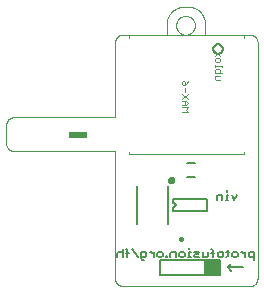
<source format=gbo>
G75*
%MOIN*%
%OFA0B0*%
%FSLAX25Y25*%
%IPPOS*%
%LPD*%
%AMOC8*
5,1,8,0,0,1.08239X$1,22.5*
%
%ADD10C,0.00000*%
%ADD11C,0.00500*%
%ADD12C,0.01600*%
%ADD13R,0.05906X0.02362*%
%ADD14C,0.00394*%
%ADD15C,0.00200*%
%ADD16C,0.00800*%
%ADD17C,0.00600*%
D10*
X0060095Y0064000D02*
X0060095Y0106500D01*
X0026345Y0106500D01*
X0026247Y0106502D01*
X0026149Y0106508D01*
X0026051Y0106517D01*
X0025954Y0106531D01*
X0025857Y0106548D01*
X0025761Y0106569D01*
X0025666Y0106594D01*
X0025572Y0106622D01*
X0025480Y0106655D01*
X0025388Y0106690D01*
X0025298Y0106730D01*
X0025210Y0106772D01*
X0025123Y0106819D01*
X0025039Y0106868D01*
X0024956Y0106921D01*
X0024876Y0106977D01*
X0024797Y0107037D01*
X0024721Y0107099D01*
X0024648Y0107164D01*
X0024577Y0107232D01*
X0024509Y0107303D01*
X0024444Y0107376D01*
X0024382Y0107452D01*
X0024322Y0107531D01*
X0024266Y0107611D01*
X0024213Y0107694D01*
X0024164Y0107778D01*
X0024117Y0107865D01*
X0024075Y0107953D01*
X0024035Y0108043D01*
X0024000Y0108135D01*
X0023967Y0108227D01*
X0023939Y0108321D01*
X0023914Y0108416D01*
X0023893Y0108512D01*
X0023876Y0108609D01*
X0023862Y0108706D01*
X0023853Y0108804D01*
X0023847Y0108902D01*
X0023845Y0109000D01*
X0023845Y0115250D01*
X0023847Y0115348D01*
X0023853Y0115446D01*
X0023862Y0115544D01*
X0023876Y0115641D01*
X0023893Y0115738D01*
X0023914Y0115834D01*
X0023939Y0115929D01*
X0023967Y0116023D01*
X0024000Y0116115D01*
X0024035Y0116207D01*
X0024075Y0116297D01*
X0024117Y0116385D01*
X0024164Y0116472D01*
X0024213Y0116556D01*
X0024266Y0116639D01*
X0024322Y0116719D01*
X0024382Y0116798D01*
X0024444Y0116874D01*
X0024509Y0116947D01*
X0024577Y0117018D01*
X0024648Y0117086D01*
X0024721Y0117151D01*
X0024797Y0117213D01*
X0024876Y0117273D01*
X0024956Y0117329D01*
X0025039Y0117382D01*
X0025123Y0117431D01*
X0025210Y0117478D01*
X0025298Y0117520D01*
X0025388Y0117560D01*
X0025480Y0117595D01*
X0025572Y0117628D01*
X0025666Y0117656D01*
X0025761Y0117681D01*
X0025857Y0117702D01*
X0025954Y0117719D01*
X0026051Y0117733D01*
X0026149Y0117742D01*
X0026247Y0117748D01*
X0026345Y0117750D01*
X0060095Y0117750D01*
X0060095Y0142750D01*
X0060097Y0142848D01*
X0060103Y0142946D01*
X0060112Y0143044D01*
X0060126Y0143141D01*
X0060143Y0143238D01*
X0060164Y0143334D01*
X0060189Y0143429D01*
X0060217Y0143523D01*
X0060250Y0143615D01*
X0060285Y0143707D01*
X0060325Y0143797D01*
X0060367Y0143885D01*
X0060414Y0143972D01*
X0060463Y0144056D01*
X0060516Y0144139D01*
X0060572Y0144219D01*
X0060632Y0144298D01*
X0060694Y0144374D01*
X0060759Y0144447D01*
X0060827Y0144518D01*
X0060898Y0144586D01*
X0060971Y0144651D01*
X0061047Y0144713D01*
X0061126Y0144773D01*
X0061206Y0144829D01*
X0061289Y0144882D01*
X0061373Y0144931D01*
X0061460Y0144978D01*
X0061548Y0145020D01*
X0061638Y0145060D01*
X0061730Y0145095D01*
X0061822Y0145128D01*
X0061916Y0145156D01*
X0062011Y0145181D01*
X0062107Y0145202D01*
X0062204Y0145219D01*
X0062301Y0145233D01*
X0062399Y0145242D01*
X0062497Y0145248D01*
X0062595Y0145250D01*
X0077283Y0145250D01*
X0077283Y0148183D01*
X0077282Y0148182D02*
X0077272Y0148334D01*
X0077266Y0148485D01*
X0077264Y0148637D01*
X0077266Y0148789D01*
X0077271Y0148941D01*
X0077280Y0149092D01*
X0077293Y0149243D01*
X0077310Y0149394D01*
X0077331Y0149545D01*
X0077356Y0149695D01*
X0077384Y0149844D01*
X0077416Y0149992D01*
X0077452Y0150140D01*
X0077491Y0150286D01*
X0077535Y0150432D01*
X0077582Y0150576D01*
X0077632Y0150719D01*
X0077686Y0150861D01*
X0077744Y0151001D01*
X0077805Y0151140D01*
X0077870Y0151277D01*
X0077939Y0151413D01*
X0078010Y0151547D01*
X0078085Y0151679D01*
X0078164Y0151809D01*
X0078245Y0151937D01*
X0078330Y0152063D01*
X0078418Y0152186D01*
X0078509Y0152308D01*
X0078603Y0152427D01*
X0078701Y0152544D01*
X0078801Y0152658D01*
X0078904Y0152769D01*
X0079009Y0152878D01*
X0079118Y0152984D01*
X0079229Y0153088D01*
X0079343Y0153188D01*
X0079459Y0153286D01*
X0079577Y0153381D01*
X0079698Y0153473D01*
X0079822Y0153561D01*
X0079947Y0153647D01*
X0080075Y0153729D01*
X0080204Y0153808D01*
X0080336Y0153883D01*
X0080469Y0153956D01*
X0080605Y0154025D01*
X0080742Y0154090D01*
X0080880Y0154152D01*
X0081020Y0154210D01*
X0081162Y0154265D01*
X0081305Y0154316D01*
X0081449Y0154364D01*
X0081594Y0154408D01*
X0081741Y0154448D01*
X0081888Y0154485D01*
X0082036Y0154518D01*
X0082185Y0154547D01*
X0082335Y0154572D01*
X0082485Y0154593D01*
X0082636Y0154611D01*
X0082787Y0154625D01*
X0084151Y0154625D01*
X0084302Y0154627D01*
X0084454Y0154625D01*
X0084605Y0154619D01*
X0084757Y0154610D01*
X0084908Y0154596D01*
X0085058Y0154578D01*
X0085208Y0154556D01*
X0085358Y0154531D01*
X0085506Y0154501D01*
X0085654Y0154468D01*
X0085801Y0154431D01*
X0085947Y0154390D01*
X0086092Y0154345D01*
X0086235Y0154296D01*
X0086378Y0154244D01*
X0086518Y0154188D01*
X0086658Y0154128D01*
X0086795Y0154065D01*
X0086931Y0153998D01*
X0087066Y0153928D01*
X0087198Y0153854D01*
X0087328Y0153776D01*
X0087457Y0153695D01*
X0087583Y0153611D01*
X0087706Y0153524D01*
X0087828Y0153433D01*
X0087947Y0153340D01*
X0088064Y0153243D01*
X0088178Y0153143D01*
X0088289Y0153040D01*
X0088398Y0152934D01*
X0088504Y0152826D01*
X0088607Y0152715D01*
X0088707Y0152601D01*
X0088804Y0152484D01*
X0088898Y0152365D01*
X0088988Y0152244D01*
X0089076Y0152120D01*
X0089160Y0151994D01*
X0089241Y0151866D01*
X0089319Y0151736D01*
X0089393Y0151604D01*
X0089464Y0151470D01*
X0089531Y0151334D01*
X0089595Y0151196D01*
X0089654Y0151057D01*
X0089711Y0150916D01*
X0089763Y0150774D01*
X0089812Y0150631D01*
X0089857Y0150486D01*
X0089898Y0150340D01*
X0089936Y0150193D01*
X0089970Y0150045D01*
X0089999Y0149897D01*
X0090025Y0149747D01*
X0090047Y0149597D01*
X0090065Y0149447D01*
X0090079Y0149296D01*
X0090089Y0149145D01*
X0090095Y0148993D01*
X0090095Y0145250D01*
X0105095Y0145250D01*
X0105193Y0145248D01*
X0105291Y0145242D01*
X0105389Y0145233D01*
X0105486Y0145219D01*
X0105583Y0145202D01*
X0105679Y0145181D01*
X0105774Y0145156D01*
X0105868Y0145128D01*
X0105960Y0145095D01*
X0106052Y0145060D01*
X0106142Y0145020D01*
X0106230Y0144978D01*
X0106317Y0144931D01*
X0106401Y0144882D01*
X0106484Y0144829D01*
X0106564Y0144773D01*
X0106643Y0144713D01*
X0106719Y0144651D01*
X0106792Y0144586D01*
X0106863Y0144518D01*
X0106931Y0144447D01*
X0106996Y0144374D01*
X0107058Y0144298D01*
X0107118Y0144219D01*
X0107174Y0144139D01*
X0107227Y0144056D01*
X0107276Y0143972D01*
X0107323Y0143885D01*
X0107365Y0143797D01*
X0107405Y0143707D01*
X0107440Y0143615D01*
X0107473Y0143523D01*
X0107501Y0143429D01*
X0107526Y0143334D01*
X0107547Y0143238D01*
X0107564Y0143141D01*
X0107578Y0143044D01*
X0107587Y0142946D01*
X0107593Y0142848D01*
X0107595Y0142750D01*
X0107595Y0063989D01*
X0107596Y0063990D02*
X0107593Y0063891D01*
X0107587Y0063793D01*
X0107576Y0063695D01*
X0107562Y0063598D01*
X0107544Y0063502D01*
X0107522Y0063406D01*
X0107497Y0063311D01*
X0107467Y0063217D01*
X0107435Y0063124D01*
X0107398Y0063033D01*
X0107358Y0062943D01*
X0107315Y0062855D01*
X0107268Y0062769D01*
X0107217Y0062684D01*
X0107164Y0062602D01*
X0107107Y0062522D01*
X0107047Y0062444D01*
X0106984Y0062368D01*
X0106919Y0062295D01*
X0106850Y0062225D01*
X0106779Y0062157D01*
X0106705Y0062092D01*
X0106629Y0062030D01*
X0106550Y0061971D01*
X0106469Y0061915D01*
X0106386Y0061863D01*
X0106301Y0061814D01*
X0106214Y0061768D01*
X0106125Y0061725D01*
X0106035Y0061686D01*
X0105944Y0061651D01*
X0105851Y0061619D01*
X0105756Y0061591D01*
X0105661Y0061567D01*
X0105565Y0061546D01*
X0105468Y0061529D01*
X0105371Y0061516D01*
X0105273Y0061507D01*
X0105175Y0061502D01*
X0105077Y0061500D01*
X0105076Y0061500D02*
X0062595Y0061500D01*
X0062497Y0061502D01*
X0062399Y0061508D01*
X0062301Y0061517D01*
X0062204Y0061531D01*
X0062107Y0061548D01*
X0062011Y0061569D01*
X0061916Y0061594D01*
X0061822Y0061622D01*
X0061730Y0061655D01*
X0061638Y0061690D01*
X0061548Y0061730D01*
X0061460Y0061772D01*
X0061373Y0061819D01*
X0061289Y0061868D01*
X0061206Y0061921D01*
X0061126Y0061977D01*
X0061047Y0062037D01*
X0060971Y0062099D01*
X0060898Y0062164D01*
X0060827Y0062232D01*
X0060759Y0062303D01*
X0060694Y0062376D01*
X0060632Y0062452D01*
X0060572Y0062531D01*
X0060516Y0062611D01*
X0060463Y0062694D01*
X0060414Y0062778D01*
X0060367Y0062865D01*
X0060325Y0062953D01*
X0060285Y0063043D01*
X0060250Y0063135D01*
X0060217Y0063227D01*
X0060189Y0063321D01*
X0060164Y0063416D01*
X0060143Y0063512D01*
X0060126Y0063609D01*
X0060112Y0063706D01*
X0060103Y0063804D01*
X0060097Y0063902D01*
X0060095Y0064000D01*
X0080470Y0148388D02*
X0080472Y0148500D01*
X0080478Y0148611D01*
X0080488Y0148722D01*
X0080502Y0148833D01*
X0080520Y0148943D01*
X0080541Y0149052D01*
X0080567Y0149161D01*
X0080597Y0149268D01*
X0080630Y0149375D01*
X0080667Y0149480D01*
X0080708Y0149584D01*
X0080752Y0149686D01*
X0080801Y0149787D01*
X0080852Y0149886D01*
X0080907Y0149983D01*
X0080966Y0150078D01*
X0081028Y0150170D01*
X0081093Y0150261D01*
X0081162Y0150349D01*
X0081233Y0150434D01*
X0081308Y0150517D01*
X0081385Y0150598D01*
X0081466Y0150675D01*
X0081549Y0150750D01*
X0081634Y0150821D01*
X0081722Y0150890D01*
X0081813Y0150955D01*
X0081905Y0151017D01*
X0082000Y0151076D01*
X0082097Y0151131D01*
X0082196Y0151182D01*
X0082297Y0151231D01*
X0082399Y0151275D01*
X0082503Y0151316D01*
X0082608Y0151353D01*
X0082715Y0151386D01*
X0082822Y0151416D01*
X0082931Y0151442D01*
X0083040Y0151463D01*
X0083150Y0151481D01*
X0083261Y0151495D01*
X0083372Y0151505D01*
X0083483Y0151511D01*
X0083595Y0151513D01*
X0083707Y0151511D01*
X0083818Y0151505D01*
X0083929Y0151495D01*
X0084040Y0151481D01*
X0084150Y0151463D01*
X0084259Y0151442D01*
X0084368Y0151416D01*
X0084475Y0151386D01*
X0084582Y0151353D01*
X0084687Y0151316D01*
X0084791Y0151275D01*
X0084893Y0151231D01*
X0084994Y0151182D01*
X0085093Y0151131D01*
X0085190Y0151076D01*
X0085285Y0151017D01*
X0085377Y0150955D01*
X0085468Y0150890D01*
X0085556Y0150821D01*
X0085641Y0150750D01*
X0085724Y0150675D01*
X0085805Y0150598D01*
X0085882Y0150517D01*
X0085957Y0150434D01*
X0086028Y0150349D01*
X0086097Y0150261D01*
X0086162Y0150170D01*
X0086224Y0150078D01*
X0086283Y0149983D01*
X0086338Y0149886D01*
X0086389Y0149787D01*
X0086438Y0149686D01*
X0086482Y0149584D01*
X0086523Y0149480D01*
X0086560Y0149375D01*
X0086593Y0149268D01*
X0086623Y0149161D01*
X0086649Y0149052D01*
X0086670Y0148943D01*
X0086688Y0148833D01*
X0086702Y0148722D01*
X0086712Y0148611D01*
X0086718Y0148500D01*
X0086720Y0148388D01*
X0086718Y0148276D01*
X0086712Y0148165D01*
X0086702Y0148054D01*
X0086688Y0147943D01*
X0086670Y0147833D01*
X0086649Y0147724D01*
X0086623Y0147615D01*
X0086593Y0147508D01*
X0086560Y0147401D01*
X0086523Y0147296D01*
X0086482Y0147192D01*
X0086438Y0147090D01*
X0086389Y0146989D01*
X0086338Y0146890D01*
X0086283Y0146793D01*
X0086224Y0146698D01*
X0086162Y0146606D01*
X0086097Y0146515D01*
X0086028Y0146427D01*
X0085957Y0146342D01*
X0085882Y0146259D01*
X0085805Y0146178D01*
X0085724Y0146101D01*
X0085641Y0146026D01*
X0085556Y0145955D01*
X0085468Y0145886D01*
X0085377Y0145821D01*
X0085285Y0145759D01*
X0085190Y0145700D01*
X0085093Y0145645D01*
X0084994Y0145594D01*
X0084893Y0145545D01*
X0084791Y0145501D01*
X0084687Y0145460D01*
X0084582Y0145423D01*
X0084475Y0145390D01*
X0084368Y0145360D01*
X0084259Y0145334D01*
X0084150Y0145313D01*
X0084040Y0145295D01*
X0083929Y0145281D01*
X0083818Y0145271D01*
X0083707Y0145265D01*
X0083595Y0145263D01*
X0083483Y0145265D01*
X0083372Y0145271D01*
X0083261Y0145281D01*
X0083150Y0145295D01*
X0083040Y0145313D01*
X0082931Y0145334D01*
X0082822Y0145360D01*
X0082715Y0145390D01*
X0082608Y0145423D01*
X0082503Y0145460D01*
X0082399Y0145501D01*
X0082297Y0145545D01*
X0082196Y0145594D01*
X0082097Y0145645D01*
X0082000Y0145700D01*
X0081905Y0145759D01*
X0081813Y0145821D01*
X0081722Y0145886D01*
X0081634Y0145955D01*
X0081549Y0146026D01*
X0081466Y0146101D01*
X0081385Y0146178D01*
X0081308Y0146259D01*
X0081233Y0146342D01*
X0081162Y0146427D01*
X0081093Y0146515D01*
X0081028Y0146606D01*
X0080966Y0146698D01*
X0080907Y0146793D01*
X0080852Y0146890D01*
X0080801Y0146989D01*
X0080752Y0147090D01*
X0080708Y0147192D01*
X0080667Y0147296D01*
X0080630Y0147401D01*
X0080597Y0147508D01*
X0080567Y0147615D01*
X0080541Y0147724D01*
X0080520Y0147833D01*
X0080502Y0147943D01*
X0080488Y0148054D01*
X0080478Y0148165D01*
X0080472Y0148276D01*
X0080470Y0148388D01*
D11*
X0092829Y0140551D02*
X0092831Y0140630D01*
X0092837Y0140709D01*
X0092847Y0140788D01*
X0092860Y0140865D01*
X0092878Y0140943D01*
X0092900Y0141019D01*
X0092925Y0141094D01*
X0092954Y0141167D01*
X0092986Y0141240D01*
X0093022Y0141310D01*
X0093062Y0141379D01*
X0093105Y0141445D01*
X0093151Y0141509D01*
X0093200Y0141571D01*
X0093253Y0141630D01*
X0093308Y0141687D01*
X0093366Y0141741D01*
X0093427Y0141792D01*
X0093490Y0141840D01*
X0093555Y0141884D01*
X0093623Y0141925D01*
X0093692Y0141963D01*
X0093763Y0141998D01*
X0093836Y0142028D01*
X0093911Y0142055D01*
X0093986Y0142079D01*
X0094063Y0142098D01*
X0094140Y0142114D01*
X0094219Y0142126D01*
X0094297Y0142134D01*
X0094376Y0142138D01*
X0094456Y0142138D01*
X0094535Y0142134D01*
X0094613Y0142126D01*
X0094692Y0142114D01*
X0094769Y0142098D01*
X0094846Y0142079D01*
X0094921Y0142055D01*
X0094996Y0142028D01*
X0095069Y0141998D01*
X0095140Y0141963D01*
X0095210Y0141925D01*
X0095277Y0141884D01*
X0095342Y0141840D01*
X0095405Y0141792D01*
X0095466Y0141741D01*
X0095524Y0141687D01*
X0095579Y0141630D01*
X0095632Y0141571D01*
X0095681Y0141509D01*
X0095727Y0141445D01*
X0095770Y0141379D01*
X0095810Y0141310D01*
X0095846Y0141240D01*
X0095878Y0141167D01*
X0095907Y0141094D01*
X0095932Y0141019D01*
X0095954Y0140943D01*
X0095972Y0140865D01*
X0095985Y0140788D01*
X0095995Y0140709D01*
X0096001Y0140630D01*
X0096003Y0140551D01*
X0096001Y0140472D01*
X0095995Y0140393D01*
X0095985Y0140314D01*
X0095972Y0140237D01*
X0095954Y0140159D01*
X0095932Y0140083D01*
X0095907Y0140008D01*
X0095878Y0139935D01*
X0095846Y0139862D01*
X0095810Y0139792D01*
X0095770Y0139723D01*
X0095727Y0139657D01*
X0095681Y0139593D01*
X0095632Y0139531D01*
X0095579Y0139472D01*
X0095524Y0139415D01*
X0095466Y0139361D01*
X0095405Y0139310D01*
X0095342Y0139262D01*
X0095277Y0139218D01*
X0095209Y0139177D01*
X0095140Y0139139D01*
X0095069Y0139104D01*
X0094996Y0139074D01*
X0094921Y0139047D01*
X0094846Y0139023D01*
X0094769Y0139004D01*
X0094692Y0138988D01*
X0094613Y0138976D01*
X0094535Y0138968D01*
X0094456Y0138964D01*
X0094376Y0138964D01*
X0094297Y0138968D01*
X0094219Y0138976D01*
X0094140Y0138988D01*
X0094063Y0139004D01*
X0093986Y0139023D01*
X0093911Y0139047D01*
X0093836Y0139074D01*
X0093763Y0139104D01*
X0093692Y0139139D01*
X0093622Y0139177D01*
X0093555Y0139218D01*
X0093490Y0139262D01*
X0093427Y0139310D01*
X0093366Y0139361D01*
X0093308Y0139415D01*
X0093253Y0139472D01*
X0093200Y0139531D01*
X0093151Y0139593D01*
X0093105Y0139657D01*
X0093062Y0139723D01*
X0093022Y0139792D01*
X0092986Y0139862D01*
X0092954Y0139935D01*
X0092925Y0140008D01*
X0092900Y0140083D01*
X0092878Y0140159D01*
X0092860Y0140237D01*
X0092847Y0140314D01*
X0092837Y0140393D01*
X0092831Y0140472D01*
X0092829Y0140551D01*
X0097386Y0093340D02*
X0097386Y0092890D01*
X0097386Y0091989D02*
X0097386Y0090187D01*
X0097836Y0090187D02*
X0096935Y0090187D01*
X0095872Y0090187D02*
X0095872Y0091989D01*
X0094521Y0091989D01*
X0094070Y0091539D01*
X0094070Y0090187D01*
X0097386Y0091989D02*
X0097836Y0091989D01*
X0098981Y0091989D02*
X0099882Y0090187D01*
X0100783Y0091989D01*
X0090833Y0090577D02*
X0090833Y0086443D01*
X0079416Y0086443D01*
X0079377Y0086443D02*
X0079377Y0087900D01*
X0079613Y0087939D02*
X0079663Y0087941D01*
X0079712Y0087947D01*
X0079761Y0087956D01*
X0079809Y0087969D01*
X0079856Y0087986D01*
X0079901Y0088006D01*
X0079945Y0088030D01*
X0079987Y0088057D01*
X0080027Y0088088D01*
X0080064Y0088121D01*
X0080098Y0088157D01*
X0080130Y0088195D01*
X0080159Y0088236D01*
X0080184Y0088278D01*
X0080206Y0088323D01*
X0080225Y0088369D01*
X0080240Y0088417D01*
X0080251Y0088465D01*
X0080259Y0088514D01*
X0080263Y0088564D01*
X0080263Y0088614D01*
X0080259Y0088664D01*
X0080251Y0088713D01*
X0080240Y0088761D01*
X0080225Y0088809D01*
X0080206Y0088855D01*
X0080184Y0088900D01*
X0080159Y0088942D01*
X0080130Y0088983D01*
X0080098Y0089021D01*
X0080064Y0089057D01*
X0080027Y0089090D01*
X0079987Y0089121D01*
X0079945Y0089148D01*
X0079901Y0089172D01*
X0079856Y0089192D01*
X0079809Y0089209D01*
X0079761Y0089222D01*
X0079712Y0089231D01*
X0079663Y0089237D01*
X0079613Y0089239D01*
X0079377Y0089239D02*
X0079377Y0090617D01*
X0090794Y0090617D01*
X0084841Y0074278D02*
X0084841Y0073827D01*
X0084841Y0072927D02*
X0084841Y0071125D01*
X0085291Y0071125D02*
X0084390Y0071125D01*
X0083327Y0071575D02*
X0083327Y0072476D01*
X0082876Y0072927D01*
X0081975Y0072927D01*
X0081525Y0072476D01*
X0081525Y0071575D01*
X0081975Y0071125D01*
X0082876Y0071125D01*
X0083327Y0071575D01*
X0084841Y0072927D02*
X0085291Y0072927D01*
X0086436Y0072927D02*
X0087787Y0072927D01*
X0088237Y0072476D01*
X0087787Y0072026D01*
X0086886Y0072026D01*
X0086436Y0071575D01*
X0086886Y0071125D01*
X0088237Y0071125D01*
X0089382Y0071125D02*
X0089382Y0072927D01*
X0089382Y0071125D02*
X0090734Y0071125D01*
X0091184Y0071575D01*
X0091184Y0072927D01*
X0092248Y0072476D02*
X0093148Y0072476D01*
X0092698Y0073377D02*
X0092248Y0073827D01*
X0092698Y0073377D02*
X0092698Y0071125D01*
X0094293Y0071575D02*
X0094293Y0072476D01*
X0094744Y0072927D01*
X0095644Y0072927D01*
X0096095Y0072476D01*
X0096095Y0071575D01*
X0095644Y0071125D01*
X0094744Y0071125D01*
X0094293Y0071575D01*
X0095095Y0070250D02*
X0095095Y0065250D01*
X0090095Y0065250D01*
X0090095Y0070250D01*
X0095095Y0070250D01*
X0075095Y0070250D01*
X0075095Y0065250D01*
X0095095Y0065250D01*
X0095095Y0070250D01*
X0095095Y0069975D02*
X0090095Y0069975D01*
X0090095Y0069476D02*
X0095095Y0069476D01*
X0095095Y0068978D02*
X0090095Y0068978D01*
X0090095Y0068479D02*
X0095095Y0068479D01*
X0095095Y0067981D02*
X0090095Y0067981D01*
X0090095Y0067482D02*
X0095095Y0067482D01*
X0095095Y0066984D02*
X0090095Y0066984D01*
X0090095Y0066485D02*
X0095095Y0066485D01*
X0095095Y0065987D02*
X0090095Y0065987D01*
X0090095Y0065488D02*
X0095095Y0065488D01*
X0097595Y0067750D02*
X0098845Y0066500D01*
X0097595Y0067750D02*
X0098845Y0069000D01*
X0097595Y0067750D02*
X0102595Y0067750D01*
X0103461Y0071125D02*
X0103461Y0072927D01*
X0103461Y0072026D02*
X0102560Y0072927D01*
X0102110Y0072927D01*
X0101006Y0072476D02*
X0101006Y0071575D01*
X0100555Y0071125D01*
X0099655Y0071125D01*
X0099204Y0071575D01*
X0099204Y0072476D01*
X0099655Y0072927D01*
X0100555Y0072927D01*
X0101006Y0072476D01*
X0098059Y0072927D02*
X0097158Y0072927D01*
X0097609Y0073377D02*
X0097609Y0071575D01*
X0097158Y0071125D01*
X0104606Y0071575D02*
X0105056Y0071125D01*
X0106408Y0071125D01*
X0106408Y0070224D02*
X0106408Y0072927D01*
X0105056Y0072927D01*
X0104606Y0072476D01*
X0104606Y0071575D01*
X0080380Y0071125D02*
X0080380Y0072927D01*
X0079029Y0072927D01*
X0078579Y0072476D01*
X0078579Y0071125D01*
X0077434Y0071125D02*
X0076983Y0071125D01*
X0076983Y0071575D01*
X0077434Y0071575D01*
X0077434Y0071125D01*
X0075960Y0071575D02*
X0075960Y0072476D01*
X0075510Y0072927D01*
X0074609Y0072927D01*
X0074159Y0072476D01*
X0074159Y0071575D01*
X0074609Y0071125D01*
X0075510Y0071125D01*
X0075960Y0071575D01*
X0073014Y0071125D02*
X0073014Y0072927D01*
X0072113Y0072927D02*
X0071663Y0072927D01*
X0072113Y0072927D02*
X0073014Y0072026D01*
X0070558Y0072476D02*
X0070558Y0071575D01*
X0070108Y0071125D01*
X0068757Y0071125D01*
X0068757Y0070675D02*
X0068757Y0072927D01*
X0070108Y0072927D01*
X0070558Y0072476D01*
X0069658Y0070224D02*
X0069207Y0070224D01*
X0068757Y0070675D01*
X0067612Y0071125D02*
X0065810Y0073827D01*
X0064215Y0073377D02*
X0064215Y0071125D01*
X0064665Y0072476D02*
X0063765Y0072476D01*
X0064215Y0073377D02*
X0063765Y0073827D01*
X0062701Y0073827D02*
X0062701Y0071125D01*
X0062701Y0072476D02*
X0062251Y0072927D01*
X0061350Y0072927D01*
X0060899Y0072476D01*
X0060899Y0071125D01*
D12*
X0078532Y0096812D02*
X0078534Y0096847D01*
X0078540Y0096882D01*
X0078550Y0096915D01*
X0078563Y0096948D01*
X0078580Y0096979D01*
X0078600Y0097007D01*
X0078624Y0097033D01*
X0078650Y0097057D01*
X0078678Y0097077D01*
X0078709Y0097094D01*
X0078742Y0097107D01*
X0078775Y0097117D01*
X0078810Y0097123D01*
X0078845Y0097125D01*
X0078880Y0097123D01*
X0078915Y0097117D01*
X0078948Y0097107D01*
X0078981Y0097094D01*
X0079012Y0097077D01*
X0079040Y0097057D01*
X0079066Y0097033D01*
X0079090Y0097007D01*
X0079110Y0096979D01*
X0079127Y0096948D01*
X0079140Y0096915D01*
X0079150Y0096882D01*
X0079156Y0096847D01*
X0079158Y0096812D01*
X0079156Y0096777D01*
X0079150Y0096742D01*
X0079140Y0096709D01*
X0079127Y0096676D01*
X0079110Y0096645D01*
X0079090Y0096617D01*
X0079066Y0096591D01*
X0079040Y0096567D01*
X0079012Y0096547D01*
X0078981Y0096530D01*
X0078948Y0096517D01*
X0078915Y0096507D01*
X0078880Y0096501D01*
X0078845Y0096499D01*
X0078810Y0096501D01*
X0078775Y0096507D01*
X0078742Y0096517D01*
X0078709Y0096530D01*
X0078678Y0096547D01*
X0078650Y0096567D01*
X0078624Y0096591D01*
X0078600Y0096617D01*
X0078580Y0096645D01*
X0078563Y0096676D01*
X0078550Y0096709D01*
X0078540Y0096742D01*
X0078534Y0096777D01*
X0078532Y0096812D01*
X0081970Y0077245D02*
X0081970Y0077005D01*
D13*
X0047772Y0111994D03*
D14*
X0064888Y0106102D02*
X0064888Y0105512D01*
X0103077Y0105512D01*
X0103077Y0106102D01*
X0103077Y0144291D02*
X0103077Y0145276D01*
X0064888Y0145276D01*
X0064888Y0144291D01*
D15*
X0082273Y0129503D02*
X0082640Y0129870D01*
X0083007Y0129870D01*
X0083374Y0129503D01*
X0083374Y0128402D01*
X0082640Y0128402D01*
X0082273Y0128769D01*
X0082273Y0129503D01*
X0083374Y0128402D02*
X0084108Y0129136D01*
X0084475Y0129870D01*
X0083374Y0127660D02*
X0083374Y0126192D01*
X0082273Y0125450D02*
X0084475Y0123982D01*
X0083741Y0123240D02*
X0084475Y0122506D01*
X0083741Y0121772D01*
X0082273Y0121772D01*
X0082273Y0121030D02*
X0084475Y0121030D01*
X0083741Y0120296D01*
X0084475Y0119562D01*
X0082273Y0119562D01*
X0083374Y0121772D02*
X0083374Y0123240D01*
X0083741Y0123240D02*
X0082273Y0123240D01*
X0082273Y0123982D02*
X0084475Y0125450D01*
X0093494Y0130509D02*
X0093494Y0131609D01*
X0094961Y0131609D01*
X0094961Y0132351D02*
X0094961Y0133452D01*
X0094595Y0133819D01*
X0093861Y0133819D01*
X0093494Y0133452D01*
X0093494Y0132351D01*
X0095695Y0132351D01*
X0095695Y0134561D02*
X0095695Y0134928D01*
X0093494Y0134928D01*
X0093494Y0134561D02*
X0093494Y0135295D01*
X0093861Y0136035D02*
X0093494Y0136402D01*
X0093494Y0137135D01*
X0093861Y0137502D01*
X0094595Y0137502D01*
X0094961Y0137135D01*
X0094961Y0136402D01*
X0094595Y0136035D01*
X0093861Y0136035D01*
X0093494Y0138244D02*
X0094961Y0139712D01*
X0093494Y0139712D02*
X0094961Y0138244D01*
X0093494Y0130509D02*
X0093861Y0130142D01*
X0094961Y0130142D01*
D16*
X0077713Y0094674D02*
X0077713Y0082076D01*
X0067477Y0082076D02*
X0067477Y0094674D01*
D17*
X0084227Y0097888D02*
X0086589Y0097888D01*
X0086589Y0102612D02*
X0084227Y0102612D01*
M02*

</source>
